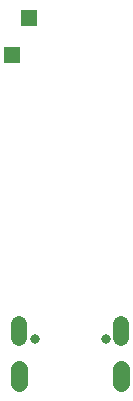
<source format=gbr>
G04 EAGLE Gerber RS-274X export*
G75*
%MOMM*%
%FSLAX34Y34*%
%LPD*%
%INSoldermask Bottom*%
%IPPOS*%
%AMOC8*
5,1,8,0,0,1.08239X$1,22.5*%
G01*
%ADD10C,1.361200*%
%ADD11C,1.403200*%
%ADD12C,0.803200*%
%ADD13C,0.833200*%
%ADD14R,1.473200X1.473200*%


D10*
X21560Y58910D02*
X21560Y70490D01*
X107960Y70490D02*
X107960Y58910D01*
D11*
X21560Y32450D02*
X21560Y20450D01*
X107960Y20450D02*
X107960Y32450D01*
D12*
X94760Y57450D03*
D13*
X94760Y57450D03*
X34760Y57450D03*
D14*
X15160Y298450D03*
X29660Y329200D03*
M02*

</source>
